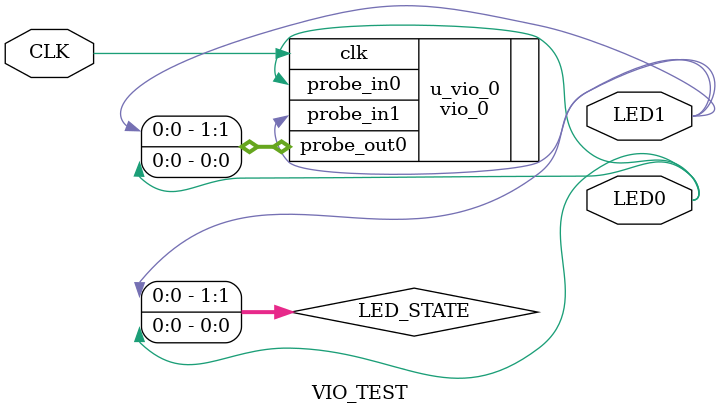
<source format=v>
`timescale 1ns / 1ps


module VIO_TEST(
     input          CLK,
     output         LED0,
     output         LED1
 );


 wire [1:0]         LED_STATE;          // 时钟计数器
 
 assign LED0 = LED_STATE[0];
 assign LED1 = LED_STATE[1];


     vio_0 u_vio_0 (
      .clk(CLK),                        // input wire clk
      .probe_in0(LED0),                 // input wire [0 : 0] probe_in0
      .probe_in1(LED1),                 // input wire [0 : 0] probe_in1
      .probe_out0(LED_STATE)            // output wire [1 : 0] probe_out0
    );
 
endmodule
</source>
